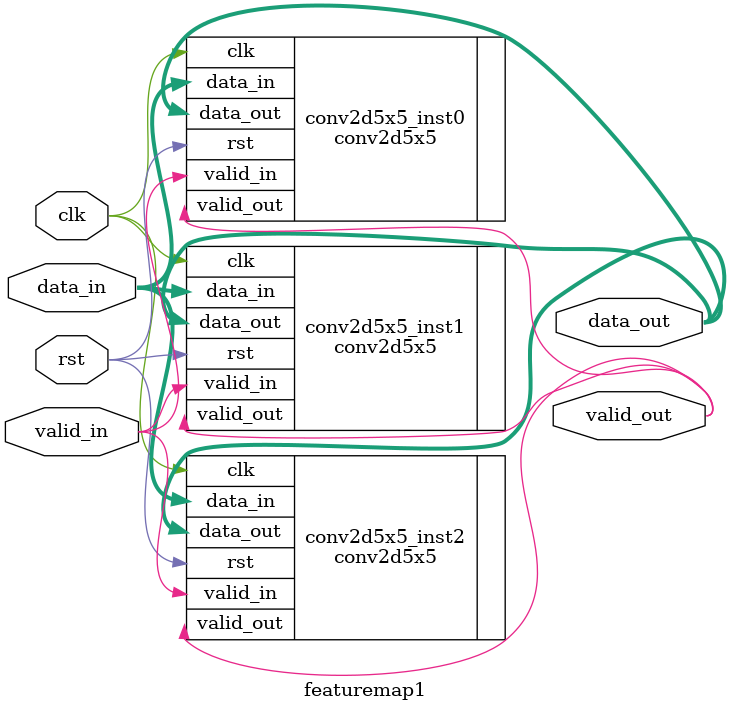
<source format=v>
module featuremap1(
	input clk,
	input rst,

	input [DATA_WIDTH - 1:0] data_in,
	input valid_in,

	output [DATA_WIDTH - 1:0] data_out,
	output valid_out
);
	parameter DATA_WIDTH = 24;
conv2d5x5 #(
	.w0(0.046270773),
	.w1(-0.056019384),
	.w2(0.04646105),
	.w3(-0.03493627),
	.w4(-0.08599189),
	.w5(0.113185845),
	.w6(-0.0147665),
	.w7(-0.112036936),
	.w8(0.08420679),
	.w9(-0.030473983),
	.w10(-0.10479461),
	.w11(0.011361757),
	.w12(0.066653505),
	.w13(0.09473057),
	.w14(0.07402557),
	.w15(-0.063640505),
	.w16(0.07393614),
	.w17(-0.004251875),
	.w18(-0.09260505),
	.w19(-0.008627567),
	.w20(-0.11265057),
	.w21(-0.00036784486),
	.w22(0.041765302),
	.w23(0.0914085),
	.w24(0.021705681),
)
conv2d5x5_inst0(
	.clk(clk),
	.rst(rst),
	.data_in(data_in),
	.valid_in(valid_in),
	.data_out(data_out),
	.valid_out(valid_out)
);

conv2d5x5 #(
	.w0(0.037514433),
	.w1(0.027878216),
	.w2(0.0008723221),
	.w3(-0.044328835),
	.w4(-0.057221793),
	.w5(-0.09162438),
	.w6(0.034193095),
	.w7(0.008734673),
	.w8(-0.10203691),
	.w9(0.1038173),
	.w10(-0.0114273755),
	.w11(-0.104885764),
	.w12(0.044094704),
	.w13(-0.1111503),
	.w14(0.030227313),
	.w15(-0.054380648),
	.w16(0.102828376),
	.w17(0.08317569),
	.w18(0.11196876),
	.w19(-0.018444123),
	.w20(0.0722438),
	.w21(-0.03463395),
	.w22(0.09278391),
	.w23(-0.066212885),
	.w24(-0.06660973),
)
conv2d5x5_inst1(
	.clk(clk),
	.rst(rst),
	.data_in(data_in),
	.valid_in(valid_in),
	.data_out(data_out),
	.valid_out(valid_out)
);

conv2d5x5 #(
	.w0(-0.071506836),
	.w1(-0.09593416),
	.w2(0.014324572),
	.w3(0.034024883),
	.w4(-0.1106339),
	.w5(-0.09982121),
	.w6(0.09674898),
	.w7(-0.01814136),
	.w8(0.08299834),
	.w9(0.07587344),
	.w10(-0.07501563),
	.w11(-0.10754793),
	.w12(-0.10036603),
	.w13(0.11040916),
	.w14(0.015016887),
	.w15(-0.025952863),
	.w16(-0.08698201),
	.w17(-0.024329875),
	.w18(-0.0006065042),
	.w19(-0.07145779),
	.w20(0.027118312),
	.w21(0.052095834),
	.w22(0.06752305),
	.w23(0.04631464),
	.w24(-0.09901163),
)
conv2d5x5_inst2(
	.clk(clk),
	.rst(rst),
	.data_in(data_in),
	.valid_in(valid_in),
	.data_out(data_out),
	.valid_out(valid_out)
);

endmodule
</source>
